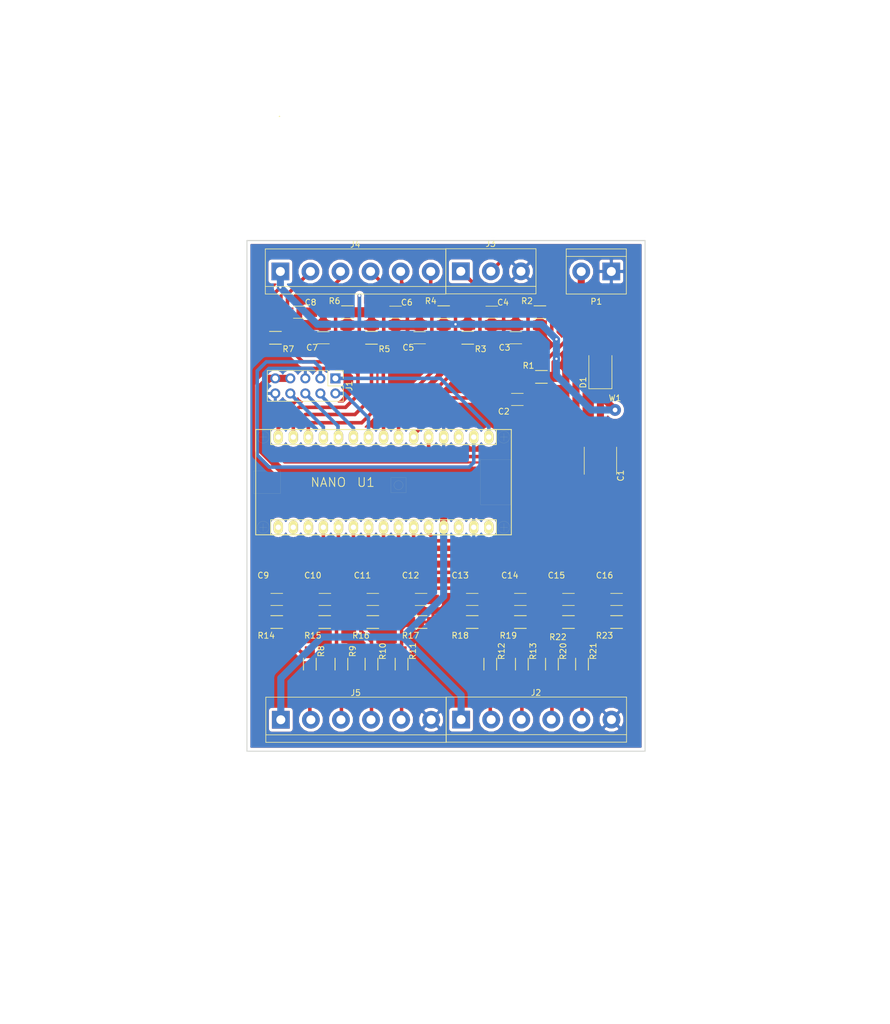
<source format=kicad_pcb>
(kicad_pcb (version 20171130) (host pcbnew 5.0.2+dfsg1-1)
  (layers (0 F.Cu signal) (31 B.Cu signal hide) (34 B.Paste user) (35 F.Paste user) (36 B.SilkS user) (37 F.SilkS user) (38 B.Mask user) (39 F.Mask user) (44 Edge.Cuts user))
  (net 0 "")
  (net 1 GND)
  (net 2 VCC)
  (net 3 /vcc_5v)
  (net 4 /ard_rx)
  (net 5 /ard_tx)
  (net 6 /D3)
  (net 7 /D4)
  (net 8 /D2)
  (net 9 /D10)
  (net 10 /D11)
  (net 11 /D12)
  (net 12 /A0)
  (net 13 /A1)
  (net 14 /A2)
  (net 15 /A3)
  (net 16 /A4)
  (net 17 /A5)
  (net 18 /A6)
  (net 19 /A7)
  (net 20 /D9)
  (net 21 /D8)
  (net 22 /D7)
  (net 23 /D6)
  (net 24 /jA7)
  (net 25 /jA6)
  (net 26 /jA5)
  (net 27 /jA4)
  (net 28 /jA0)
  (net 29 /jA1)
  (net 30 /jA2)
  (net 31 /jA3)
  (net 32 "Net-(U1-Pad17)")
  (net 33 "Net-(U1-Pad18)")
  (net 34 "Net-(U1-Pad28)")
  (net 35 "Net-(U1-Pad30)")
  (net 36 "Net-(U1-Pad3)")
  (net 37 /D5)
  (net 38 "Net-(U1-Pad16)")
  (module eco_power_v2:C_1206_HandSoldering (layer F.Cu) (at 82.01 134.62)
    (fp_text reference C11 (at -1.746 -4.064) (layer F.SilkS))
    (fp_text value 100nF)
    (pad 2 smd rect (at 2 0) (size 2 1.6) (layers F.Cu F.Paste F.Mask) (net 1 GND))
    (pad 1 smd rect (at -2 0) (size 2 1.6) (layers F.Cu F.Paste F.Mask) (net 14 /A2))
  )
  (module TerminalBlock:TerminalBlock_bornier-6_P5.08mm (layer F.Cu) (at 66.3956 79.2226)
    (fp_text reference J4 (at 12.65 -4.55) (layer F.SilkS))
    (fp_text value Conn_01x06)
    (pad 6 thru_hole circle (at 25.4 0) (size 3 3) (drill 1.52) (layers *.Cu *.Mask) (net 7 /D4))
    (pad 5 thru_hole circle (at 20.32 0) (size 3 3) (drill 1.52) (layers *.Cu *.Mask) (net 37 /D5))
    (pad 4 thru_hole circle (at 15.24 0) (size 3 3) (drill 1.52) (layers *.Cu *.Mask) (net 9 /D10))
    (pad 1 thru_hole rect (at 0 0) (size 3 3) (drill 1.52) (layers *.Cu *.Mask) (net 2 VCC))
    (pad 3 thru_hole circle (at 10.16 0) (size 3 3) (drill 1.52) (layers *.Cu *.Mask) (net 10 /D11))
    (pad 2 thru_hole circle (at 5.08 0) (size 3 3) (drill 1.52) (layers *.Cu *.Mask) (net 11 /D12))
  )
  (module eco_power_v2:C_2220_HandSoldering (layer F.Cu) (at 120.4595 111.1885 270)
    (fp_text reference C1 (at 2.52 -3.425 270) (layer F.SilkS))
    (fp_text value 10uF)
    (pad 2 smd rect (at 3.5 0 270) (size 2.4 5) (layers F.Cu F.Paste F.Mask) (net 1 GND))
    (pad 1 smd rect (at -3.5 0 270) (size 2.4 5) (layers F.Cu F.Paste F.Mask) (net 2 VCC))
  )
  (module eco_power_v2:C_1206_HandSoldering (layer F.Cu) (at 106.426 100.838 180)
    (fp_text reference C2 (at 2.286 -2.032 180) (layer F.SilkS))
    (fp_text value 100nF)
    (pad 2 smd rect (at 2 0 180) (size 2 1.6) (layers F.Cu F.Paste F.Mask) (net 1 GND))
    (pad 1 smd rect (at -2 0 180) (size 2 1.6) (layers F.Cu F.Paste F.Mask) (net 8 /D2))
  )
  (module eco_power_v2:C_1206_HandSoldering (layer F.Cu) (at 89.916 90.424 180)
    (fp_text reference C5 (at 1.905 -1.651 180) (layer F.SilkS))
    (fp_text value 100nF)
    (pad 2 smd rect (at 2 0 180) (size 2 1.6) (layers F.Cu F.Paste F.Mask) (net 1 GND))
    (pad 1 smd rect (at -2 0 180) (size 2 1.6) (layers F.Cu F.Paste F.Mask) (net 37 /D5))
  )
  (module eco_power_v2:C_1206_HandSoldering (layer F.Cu) (at 85.852 86.106)
    (fp_text reference C6 (at 1.905 -1.651) (layer F.SilkS))
    (fp_text value 100nF)
    (pad 1 smd rect (at -2 0) (size 2 1.6) (layers F.Cu F.Paste F.Mask) (net 9 /D10))
    (pad 2 smd rect (at 2 0) (size 2 1.6) (layers F.Cu F.Paste F.Mask) (net 1 GND))
  )
  (module eco_power_v2:C_1206_HandSoldering (layer F.Cu) (at 73.66 90.424 180)
    (fp_text reference C7 (at 1.905 -1.651 180) (layer F.SilkS))
    (fp_text value 100nF)
    (pad 2 smd rect (at 2 0 180) (size 2 1.6) (layers F.Cu F.Paste F.Mask) (net 1 GND))
    (pad 1 smd rect (at -2 0 180) (size 2 1.6) (layers F.Cu F.Paste F.Mask) (net 10 /D11))
  )
  (module eco_power_v2:C_1206_HandSoldering (layer F.Cu) (at 69.596 86.106)
    (fp_text reference C8 (at 1.905 -1.651) (layer F.SilkS))
    (fp_text value 100nF)
    (pad 1 smd rect (at -2 0) (size 2 1.6) (layers F.Cu F.Paste F.Mask) (net 11 /D12))
    (pad 2 smd rect (at 2 0) (size 2 1.6) (layers F.Cu F.Paste F.Mask) (net 1 GND))
  )
  (module eco_power_v2:C_1206_HandSoldering (layer F.Cu) (at 65.786 134.62 180)
    (fp_text reference C9 (at 2.286 4.064 180) (layer F.SilkS))
    (fp_text value 100nF)
    (pad 2 smd rect (at 2 0 180) (size 2 1.6) (layers F.Cu F.Paste F.Mask) (net 1 GND))
    (pad 1 smd rect (at -2 0 180) (size 2 1.6) (layers F.Cu F.Paste F.Mask) (net 12 /A0))
  )
  (module eco_power_v2:C_1206_HandSoldering (layer F.Cu) (at 73.914 134.62 180)
    (fp_text reference C10 (at 2.032 4.064 180) (layer F.SilkS))
    (fp_text value 100nF)
    (pad 1 smd rect (at -2 0 180) (size 2 1.6) (layers F.Cu F.Paste F.Mask) (net 13 /A1))
    (pad 2 smd rect (at 2 0 180) (size 2 1.6) (layers F.Cu F.Paste F.Mask) (net 1 GND))
  )
  (module eco_power_v2:C_1206_HandSoldering (layer F.Cu) (at 90.17 134.62)
    (fp_text reference C12 (at -1.778 -4.064) (layer F.SilkS))
    (fp_text value 100nF)
    (pad 1 smd rect (at -2 0) (size 2 1.6) (layers F.Cu F.Paste F.Mask) (net 15 /A3))
    (pad 2 smd rect (at 2 0) (size 2 1.6) (layers F.Cu F.Paste F.Mask) (net 1 GND))
  )
  (module eco_power_v2:C_1206_HandSoldering (layer F.Cu) (at 98.806 134.62 180)
    (fp_text reference C13 (at 2.032 4.064 180) (layer F.SilkS))
    (fp_text value 100nF)
    (pad 2 smd rect (at 2 0 180) (size 2 1.6) (layers F.Cu F.Paste F.Mask) (net 1 GND))
    (pad 1 smd rect (at -2 0 180) (size 2 1.6) (layers F.Cu F.Paste F.Mask) (net 16 /A4))
  )
  (module eco_power_v2:C_1206_HandSoldering (layer F.Cu) (at 106.934 134.62 180)
    (fp_text reference C14 (at 1.778 4.064 180) (layer F.SilkS))
    (fp_text value 100nF)
    (pad 1 smd rect (at -2 0 180) (size 2 1.6) (layers F.Cu F.Paste F.Mask) (net 17 /A5))
    (pad 2 smd rect (at 2 0 180) (size 2 1.6) (layers F.Cu F.Paste F.Mask) (net 1 GND))
  )
  (module eco_power_v2:C_1206_HandSoldering (layer F.Cu) (at 115.062 134.62)
    (fp_text reference C15 (at -2.032 -4.064) (layer F.SilkS))
    (fp_text value 100nF)
    (pad 1 smd rect (at -2 0) (size 2 1.6) (layers F.Cu F.Paste F.Mask) (net 18 /A6))
    (pad 2 smd rect (at 2 0) (size 2 1.6) (layers F.Cu F.Paste F.Mask) (net 1 GND))
  )
  (module eco_power_v2:C_1206_HandSoldering (layer F.Cu) (at 123.19 134.62)
    (fp_text reference C16 (at -2.032 -4.064) (layer F.SilkS))
    (fp_text value 100nF)
    (pad 2 smd rect (at 2 0) (size 2 1.6) (layers F.Cu F.Paste F.Mask) (net 1 GND))
    (pad 1 smd rect (at -2 0) (size 2 1.6) (layers F.Cu F.Paste F.Mask) (net 19 /A7))
  )
  (module eco_power_v2:Pin_Header_Straight_2x05_Pitch2.54mm_onsar (layer F.Cu) (at 75.692 97.282 270)
    (fp_text reference J1 (at 1.27 -2.33 270) (layer F.SilkS))
    (fp_text value Conn_02x05_Odd_Even)
    (pad 10 thru_hole oval (at 2.54 10.16 270) (size 1.7 1.7) (drill 1) (layers *.Cu *.Mask) (net 1 GND))
    (pad 9 thru_hole oval (at 0 10.16 270) (size 1.7 1.7) (drill 1) (layers *.Cu *.Mask) (net 3 /vcc_5v))
    (pad 8 thru_hole oval (at 2.54 7.62 270) (size 1.7 1.7) (drill 1) (layers *.Cu *.Mask) (net 20 /D9))
    (pad 7 thru_hole oval (at 0 7.62 270) (size 1.7 1.7) (drill 1) (layers *.Cu *.Mask) (net 3 /vcc_5v))
    (pad 6 thru_hole oval (at 2.54 5.08 270) (size 1.7 1.7) (drill 1) (layers *.Cu *.Mask) (net 21 /D8))
    (pad 5 thru_hole oval (at 0 5.08 270) (size 1.7 1.7) (drill 1) (layers *.Cu *.Mask) (net 1 GND))
    (pad 4 thru_hole oval (at 2.54 2.54 270) (size 1.7 1.7) (drill 1) (layers *.Cu *.Mask) (net 22 /D7))
    (pad 3 thru_hole oval (at 0 2.54 270) (size 1.7 1.7) (drill 1) (layers *.Cu *.Mask) (net 4 /ard_rx))
    (pad 2 thru_hole oval (at 2.54 0 270) (size 1.7 1.7) (drill 1) (layers *.Cu *.Mask) (net 23 /D6))
    (pad 1 thru_hole rect (at 0 0 270) (size 1.7 1.7) (drill 1) (layers *.Cu *.Mask) (net 5 /ard_tx))
  )
  (module TerminalBlock:TerminalBlock_bornier-6_P5.08mm (layer F.Cu) (at 96.9264 154.9146)
    (fp_text reference J2 (at 12.65 -4.55) (layer F.SilkS))
    (fp_text value Conn_01x06)
    (pad 6 thru_hole circle (at 25.4 0) (size 3 3) (drill 1.52) (layers *.Cu *.Mask) (net 1 GND))
    (pad 5 thru_hole circle (at 20.32 0) (size 3 3) (drill 1.52) (layers *.Cu *.Mask) (net 24 /jA7))
    (pad 4 thru_hole circle (at 15.24 0) (size 3 3) (drill 1.52) (layers *.Cu *.Mask) (net 25 /jA6))
    (pad 1 thru_hole rect (at 0 0) (size 3 3) (drill 1.52) (layers *.Cu *.Mask) (net 2 VCC))
    (pad 3 thru_hole circle (at 10.16 0) (size 3 3) (drill 1.52) (layers *.Cu *.Mask) (net 26 /jA5))
    (pad 2 thru_hole circle (at 5.08 0) (size 3 3) (drill 1.52) (layers *.Cu *.Mask) (net 27 /jA4))
  )
  (module TerminalBlock:TerminalBlock_bornier-3_P5.08mm (layer F.Cu) (at 96.8756 79.1972)
    (fp_text reference J3 (at 5.05 -4.65) (layer F.SilkS))
    (fp_text value Conn_01x03)
    (pad 1 thru_hole rect (at 0 0) (size 3 3) (drill 1.52) (layers *.Cu *.Mask) (net 6 /D3))
    (pad 2 thru_hole circle (at 5.08 0) (size 3 3) (drill 1.52) (layers *.Cu *.Mask) (net 8 /D2))
    (pad 3 thru_hole circle (at 10.16 0) (size 3 3) (drill 1.52) (layers *.Cu *.Mask) (net 1 GND))
  )
  (module TerminalBlock:TerminalBlock_bornier-6_P5.08mm (layer F.Cu) (at 66.4718 154.94)
    (fp_text reference J5 (at 12.65 -4.55) (layer F.SilkS))
    (fp_text value Conn_01x06)
    (pad 2 thru_hole circle (at 5.08 0) (size 3 3) (drill 1.52) (layers *.Cu *.Mask) (net 28 /jA0))
    (pad 3 thru_hole circle (at 10.16 0) (size 3 3) (drill 1.52) (layers *.Cu *.Mask) (net 29 /jA1))
    (pad 1 thru_hole rect (at 0 0) (size 3 3) (drill 1.52) (layers *.Cu *.Mask) (net 2 VCC))
    (pad 4 thru_hole circle (at 15.24 0) (size 3 3) (drill 1.52) (layers *.Cu *.Mask) (net 30 /jA2))
    (pad 5 thru_hole circle (at 20.32 0) (size 3 3) (drill 1.52) (layers *.Cu *.Mask) (net 31 /jA3))
    (pad 6 thru_hole circle (at 25.4 0) (size 3 3) (drill 1.52) (layers *.Cu *.Mask) (net 1 GND))
  )
  (module eco_power_v2:TerminalBlock_bornier-2_P5.08mm (layer F.Cu) (at 122.301 79.2226 180)
    (fp_text reference P1 (at 2.54 -5.08 180) (layer F.SilkS))
    (fp_text value V_IN)
    (pad 2 thru_hole circle (at 5.08 0 180) (size 3 3) (drill 1.52) (layers *.Cu *.Mask) (net 3 /vcc_5v))
    (pad 1 thru_hole rect (at 0 0 180) (size 3 3) (drill 1.52) (layers *.Cu *.Mask) (net 1 GND))
  )
  (module eco_power_v2:R_1206_HandSoldering (layer F.Cu) (at 110.49 97.028)
    (fp_text reference R1 (at -2.178 -1.9) (layer F.SilkS))
    (fp_text value 10k)
    (pad 1 smd rect (at -2 0) (size 2 1.7) (layers F.Cu F.Paste F.Mask) (net 8 /D2))
    (pad 2 smd rect (at 2 0) (size 2 1.7) (layers F.Cu F.Paste F.Mask) (net 2 VCC))
  )
  (module eco_power_v2:R_1206_HandSoldering (layer F.Cu) (at 98.044 90.424 180)
    (fp_text reference R3 (at -2.178 -1.9 180) (layer F.SilkS))
    (fp_text value 10k)
    (pad 1 smd rect (at -2 0 180) (size 2 1.7) (layers F.Cu F.Paste F.Mask) (net 7 /D4))
    (pad 2 smd rect (at 2 0 180) (size 2 1.7) (layers F.Cu F.Paste F.Mask) (net 2 VCC))
  )
  (module eco_power_v2:R_1206_HandSoldering (layer F.Cu) (at 93.98 86.106)
    (fp_text reference R4 (at -2.178 -1.9) (layer F.SilkS))
    (fp_text value 10k)
    (pad 2 smd rect (at 2 0) (size 2 1.7) (layers F.Cu F.Paste F.Mask) (net 2 VCC))
    (pad 1 smd rect (at -2 0) (size 2 1.7) (layers F.Cu F.Paste F.Mask) (net 37 /D5))
  )
  (module eco_power_v2:R_1206_HandSoldering (layer F.Cu) (at 81.788 90.424 180)
    (fp_text reference R5 (at -2.178 -1.9 180) (layer F.SilkS))
    (fp_text value 10k)
    (pad 1 smd rect (at -2 0 180) (size 2 1.7) (layers F.Cu F.Paste F.Mask) (net 9 /D10))
    (pad 2 smd rect (at 2 0 180) (size 2 1.7) (layers F.Cu F.Paste F.Mask) (net 2 VCC))
  )
  (module eco_power_v2:R_1206_HandSoldering (layer F.Cu) (at 77.724 86.106)
    (fp_text reference R6 (at -2.178 -1.9) (layer F.SilkS))
    (fp_text value 10k)
    (pad 2 smd rect (at 2 0) (size 2 1.7) (layers F.Cu F.Paste F.Mask) (net 2 VCC))
    (pad 1 smd rect (at -2 0) (size 2 1.7) (layers F.Cu F.Paste F.Mask) (net 10 /D11))
  )
  (module eco_power_v2:R_1206_HandSoldering (layer F.Cu) (at 65.564 90.424 180)
    (fp_text reference R7 (at -2.178 -1.9 180) (layer F.SilkS))
    (fp_text value 10k)
    (pad 1 smd rect (at -2 0 180) (size 2 1.7) (layers F.Cu F.Paste F.Mask) (net 11 /D12))
    (pad 2 smd rect (at 2 0 180) (size 2 1.7) (layers F.Cu F.Paste F.Mask) (net 2 VCC))
  )
  (module eco_power_v2:R_1206_HandSoldering (layer F.Cu) (at 71.374 145.542 270)
    (fp_text reference R8 (at -2.178 -1.9 270) (layer F.SilkS))
    (fp_text value 10k)
    (pad 1 smd rect (at -2 0 270) (size 2 1.7) (layers F.Cu F.Paste F.Mask) (net 12 /A0))
    (pad 2 smd rect (at 2 0 270) (size 2 1.7) (layers F.Cu F.Paste F.Mask) (net 28 /jA0))
  )
  (module eco_power_v2:R_1206_HandSoldering (layer F.Cu) (at 76.708 145.542 270)
    (fp_text reference R9 (at -2.178 -1.9 270) (layer F.SilkS))
    (fp_text value 10k)
    (pad 1 smd rect (at -2 0 270) (size 2 1.7) (layers F.Cu F.Paste F.Mask) (net 13 /A1))
    (pad 2 smd rect (at 2 0 270) (size 2 1.7) (layers F.Cu F.Paste F.Mask) (net 29 /jA1))
  )
  (module eco_power_v2:R_1206_HandSoldering (layer F.Cu) (at 81.788 145.542 270)
    (fp_text reference R10 (at -2.178 -1.9 270) (layer F.SilkS))
    (fp_text value 10k)
    (pad 1 smd rect (at -2 0 270) (size 2 1.7) (layers F.Cu F.Paste F.Mask) (net 14 /A2))
    (pad 2 smd rect (at 2 0 270) (size 2 1.7) (layers F.Cu F.Paste F.Mask) (net 30 /jA2))
  )
  (module eco_power_v2:R_1206_HandSoldering (layer F.Cu) (at 86.868 145.542 270)
    (fp_text reference R11 (at -2.178 -1.9 270) (layer F.SilkS))
    (fp_text value 10k)
    (pad 2 smd rect (at 2 0 270) (size 2 1.7) (layers F.Cu F.Paste F.Mask) (net 31 /jA3))
    (pad 1 smd rect (at -2 0 270) (size 2 1.7) (layers F.Cu F.Paste F.Mask) (net 15 /A3))
  )
  (module eco_power_v2:R_1206_HandSoldering (layer F.Cu) (at 101.854 145.542 270)
    (fp_text reference R12 (at -2.178 -1.9 270) (layer F.SilkS))
    (fp_text value 10k)
    (pad 1 smd rect (at -2 0 270) (size 2 1.7) (layers F.Cu F.Paste F.Mask) (net 16 /A4))
    (pad 2 smd rect (at 2 0 270) (size 2 1.7) (layers F.Cu F.Paste F.Mask) (net 27 /jA4))
  )
  (module eco_power_v2:R_1206_HandSoldering (layer F.Cu) (at 107.188 145.542 270)
    (fp_text reference R13 (at -2.178 -1.9 270) (layer F.SilkS))
    (fp_text value 10k)
    (pad 2 smd rect (at 2 0 270) (size 2 1.7) (layers F.Cu F.Paste F.Mask) (net 26 /jA5))
    (pad 1 smd rect (at -2 0 270) (size 2 1.7) (layers F.Cu F.Paste F.Mask) (net 17 /A5))
  )
  (module eco_power_v2:R_1206_HandSoldering (layer F.Cu) (at 65.786 138.43)
    (fp_text reference R14 (at -1.778 2.286) (layer F.SilkS))
    (fp_text value 10k)
    (pad 2 smd rect (at 2 0) (size 2 1.7) (layers F.Cu F.Paste F.Mask) (net 12 /A0))
    (pad 1 smd rect (at -2 0) (size 2 1.7) (layers F.Cu F.Paste F.Mask) (net 1 GND))
  )
  (module eco_power_v2:R_1206_HandSoldering (layer F.Cu) (at 73.882 138.43)
    (fp_text reference R15 (at -2 2.286) (layer F.SilkS))
    (fp_text value 10k)
    (pad 2 smd rect (at 2 0) (size 2 1.7) (layers F.Cu F.Paste F.Mask) (net 13 /A1))
    (pad 1 smd rect (at -2 0) (size 2 1.7) (layers F.Cu F.Paste F.Mask) (net 1 GND))
  )
  (module eco_power_v2:R_1206_HandSoldering (layer F.Cu) (at 82.01 138.43 180)
    (fp_text reference R16 (at 2 -2.286 180) (layer F.SilkS))
    (fp_text value 10k)
    (pad 2 smd rect (at 2 0 180) (size 2 1.7) (layers F.Cu F.Paste F.Mask) (net 14 /A2))
    (pad 1 smd rect (at -2 0 180) (size 2 1.7) (layers F.Cu F.Paste F.Mask) (net 1 GND))
  )
  (module eco_power_v2:R_1206_HandSoldering (layer F.Cu) (at 90.17 138.43 180)
    (fp_text reference R17 (at 1.778 -2.286 180) (layer F.SilkS))
    (fp_text value 10k)
    (pad 2 smd rect (at 2 0 180) (size 2 1.7) (layers F.Cu F.Paste F.Mask) (net 15 /A3))
    (pad 1 smd rect (at -2 0 180) (size 2 1.7) (layers F.Cu F.Paste F.Mask) (net 1 GND))
  )
  (module eco_power_v2:R_1206_HandSoldering (layer F.Cu) (at 98.806 138.43)
    (fp_text reference R18 (at -2.032 2.286) (layer F.SilkS))
    (fp_text value 10k)
    (pad 2 smd rect (at 2 0) (size 2 1.7) (layers F.Cu F.Paste F.Mask) (net 16 /A4))
    (pad 1 smd rect (at -2 0) (size 2 1.7) (layers F.Cu F.Paste F.Mask) (net 1 GND))
  )
  (module eco_power_v2:R_1206_HandSoldering (layer F.Cu) (at 106.934 138.43)
    (fp_text reference R19 (at -2.032 2.286) (layer F.SilkS))
    (fp_text value 10k)
    (pad 1 smd rect (at -2 0) (size 2 1.7) (layers F.Cu F.Paste F.Mask) (net 1 GND))
    (pad 2 smd rect (at 2 0) (size 2 1.7) (layers F.Cu F.Paste F.Mask) (net 17 /A5))
  )
  (module eco_power_v2:R_1206_HandSoldering (layer F.Cu) (at 112.268 145.542 270)
    (fp_text reference R20 (at -2.178 -1.9 270) (layer F.SilkS))
    (fp_text value 10k)
    (pad 2 smd rect (at 2 0 270) (size 2 1.7) (layers F.Cu F.Paste F.Mask) (net 25 /jA6))
    (pad 1 smd rect (at -2 0 270) (size 2 1.7) (layers F.Cu F.Paste F.Mask) (net 18 /A6))
  )
  (module eco_power_v2:R_1206_HandSoldering (layer F.Cu) (at 117.348 145.542 270)
    (fp_text reference R21 (at -2.178 -1.9 270) (layer F.SilkS))
    (fp_text value 10k)
    (pad 2 smd rect (at 2 0 270) (size 2 1.7) (layers F.Cu F.Paste F.Mask) (net 24 /jA7))
    (pad 1 smd rect (at -2 0 270) (size 2 1.7) (layers F.Cu F.Paste F.Mask) (net 19 /A7))
  )
  (module eco_power_v2:R_1206_HandSoldering (layer F.Cu) (at 115.062 138.43 180)
    (fp_text reference R22 (at 1.778 -2.54 180) (layer F.SilkS))
    (fp_text value 10k)
    (pad 1 smd rect (at -2 0 180) (size 2 1.7) (layers F.Cu F.Paste F.Mask) (net 1 GND))
    (pad 2 smd rect (at 2 0 180) (size 2 1.7) (layers F.Cu F.Paste F.Mask) (net 18 /A6))
  )
  (module eco_power_v2:R_1206_HandSoldering (layer F.Cu) (at 123.19 138.43 180)
    (fp_text reference R23 (at 2.032 -2.286 180) (layer F.SilkS))
    (fp_text value 10k)
    (pad 1 smd rect (at -2 0 180) (size 2 1.7) (layers F.Cu F.Paste F.Mask) (net 1 GND))
    (pad 2 smd rect (at 2 0 180) (size 2 1.7) (layers F.Cu F.Paste F.Mask) (net 19 /A7))
  )
  (module eco_power_v2:SolderWirePad_single_0-8mmDrill (layer F.Cu) (at 122.936 102.616)
    (fp_text reference W1 (at -0.02 -2.004) (layer F.SilkS))
    (fp_text value +5V)
    (pad 1 thru_hole circle (at 0 0) (size 1.99898 1.99898) (drill 0.8001) (layers *.Cu *.Mask) (net 2 VCC))
  )
  (module eco_power_v2:C_1206_HandSoldering (layer F.Cu) (at 106.172 90.424 180)
    (fp_text reference C3 (at 1.905 -1.651 180) (layer F.SilkS))
    (fp_text value 100nF)
    (pad 1 smd rect (at -2 0 180) (size 2 1.6) (layers F.Cu F.Paste F.Mask) (net 6 /D3))
    (pad 2 smd rect (at 2 0 180) (size 2 1.6) (layers F.Cu F.Paste F.Mask) (net 1 GND))
  )
  (module eco_power_v2:C_1206_HandSoldering (layer F.Cu) (at 102.108 86.106)
    (fp_text reference C4 (at 1.905 -1.651) (layer F.SilkS))
    (fp_text value 100nF)
    (pad 2 smd rect (at 2 0) (size 2 1.6) (layers F.Cu F.Paste F.Mask) (net 1 GND))
    (pad 1 smd rect (at -2 0) (size 2 1.6) (layers F.Cu F.Paste F.Mask) (net 7 /D4))
  )
  (module eco_power_v2:D_2114 (layer F.Cu) (at 120.4595 95.5675 90)
    (fp_text reference D1 (at -2.413 -2.921 90) (layer F.SilkS))
    (fp_text value schottky)
    (pad 2 smd rect (at 2.325 0 90) (size 2 3) (layers F.Cu F.Paste F.Mask) (net 3 /vcc_5v))
    (pad 1 smd rect (at -2.325 0 90) (size 2 3) (layers F.Cu F.Paste F.Mask) (net 2 VCC))
  )
  (module eco_power_v2:R_1206_HandSoldering (layer F.Cu) (at 110.236 86.106)
    (fp_text reference R2 (at -2.178 -1.9) (layer F.SilkS))
    (fp_text value 10k)
    (pad 2 smd rect (at 2 0) (size 2 1.7) (layers F.Cu F.Paste F.Mask) (net 2 VCC))
    (pad 1 smd rect (at -2 0) (size 2 1.7) (layers F.Cu F.Paste F.Mask) (net 6 /D3))
  )
  (module eco_power_v2:arduino_nano (layer F.Cu) (at 83.82 114.808 270)
    (fp_text reference U1 (at 0.038 2.974) (layer F.SilkS) (effects (font (size 1.5 1.5))))
    (fp_text value NANO (at 0.038 9.324) (layer F.SilkS) (effects (font (size 1.5 1.5))))
    (pad 26 thru_hole oval (at 7.62 -7.62 270) (size 2.286 1.5748) (drill 0.9) (layers *.Cu *.Mask F.SilkS) (net 19 /A7))
    (pad 25 thru_hole oval (at 7.62 -5.08 270) (size 2.286 1.5748) (drill 0.9) (layers *.Cu *.Mask F.SilkS) (net 18 /A6))
    (pad 24 thru_hole oval (at 7.62 -2.54 270) (size 2.286 1.5748) (drill 0.9) (layers *.Cu *.Mask F.SilkS) (net 17 /A5))
    (pad 23 thru_hole oval (at 7.62 0 270) (size 2.286 1.5748) (drill 0.9) (layers *.Cu *.Mask F.SilkS) (net 16 /A4))
    (pad 22 thru_hole oval (at 7.62 2.54 270) (size 2.286 1.5748) (drill 0.9) (layers *.Cu *.Mask F.SilkS) (net 15 /A3))
    (pad 21 thru_hole oval (at 7.62 5.08 270) (size 2.286 1.5748) (drill 0.9) (layers *.Cu *.Mask F.SilkS) (net 14 /A2))
    (pad 20 thru_hole oval (at 7.62 7.62 270) (size 2.286 1.5748) (drill 0.9) (layers *.Cu *.Mask F.SilkS) (net 13 /A1))
    (pad 16 thru_hole oval (at 7.62 17.78 270) (size 2.286 1.5748) (drill 0.9) (layers *.Cu *.Mask F.SilkS) (net 38 "Net-(U1-Pad16)"))
    (pad 15 thru_hole oval (at -7.62 17.78 270) (size 2.286 1.5748) (drill 0.9) (layers *.Cu *.Mask F.SilkS) (net 11 /D12))
    (pad 14 thru_hole oval (at -7.62 15.24 270) (size 2.286 1.5748) (drill 0.9) (layers *.Cu *.Mask F.SilkS) (net 10 /D11))
    (pad 13 thru_hole oval (at -7.62 12.7 270) (size 2.286 1.5748) (drill 0.9) (layers *.Cu *.Mask F.SilkS) (net 9 /D10))
    (pad 12 thru_hole oval (at -7.62 10.16 270) (size 2.286 1.5748) (drill 0.9) (layers *.Cu *.Mask F.SilkS) (net 20 /D9))
    (pad 11 thru_hole oval (at -7.62 7.62 270) (size 2.286 1.5748) (drill 0.9) (layers *.Cu *.Mask F.SilkS) (net 21 /D8))
    (pad 10 thru_hole oval (at -7.62 5.08 270) (size 2.286 1.5748) (drill 0.9) (layers *.Cu *.Mask F.SilkS) (net 22 /D7))
    (pad 9 thru_hole oval (at -7.62 2.54 270) (size 2.286 1.5748) (drill 0.9) (layers *.Cu *.Mask F.SilkS) (net 23 /D6))
    (pad 8 thru_hole oval (at -7.62 0 270) (size 2.286 1.5748) (drill 0.9) (layers *.Cu *.Mask F.SilkS) (net 37 /D5))
    (pad 7 thru_hole oval (at -7.62 -2.54 270) (size 2.286 1.5748) (drill 0.9) (layers *.Cu *.Mask F.SilkS) (net 7 /D4))
    (pad 6 thru_hole oval (at -7.62 -5.08 270) (size 2.286 1.5748) (drill 0.9) (layers *.Cu *.Mask F.SilkS) (net 6 /D3))
    (pad 5 thru_hole oval (at -7.62 -7.62 270) (size 2.286 1.5748) (drill 0.9) (layers *.Cu *.Mask F.SilkS) (net 8 /D2))
    (pad 1 thru_hole oval (at -7.62 -17.78 270) (size 2.286 1.5748) (drill 0.9) (layers *.Cu *.Mask F.SilkS) (net 5 /ard_tx))
    (pad 17 thru_hole oval (at 7.62 15.24 270) (size 2.286 1.5748) (drill 0.9) (layers *.Cu *.Mask F.SilkS) (net 32 "Net-(U1-Pad17)"))
    (pad 18 thru_hole oval (at 7.62 12.7 270) (size 2.286 1.5748) (drill 0.9) (layers *.Cu *.Mask F.SilkS) (net 33 "Net-(U1-Pad18)"))
    (pad 19 thru_hole oval (at 7.62 10.16 270) (size 2.286 1.5748) (drill 0.9) (layers *.Cu *.Mask F.SilkS) (net 12 /A0))
    (pad 27 thru_hole oval (at 7.62 -10.16 270) (size 2.286 1.5748) (drill 0.9) (layers *.Cu *.Mask F.SilkS) (net 2 VCC))
    (pad 28 thru_hole oval (at 7.62 -12.7 270) (size 2.286 1.5748) (drill 0.9) (layers *.Cu *.Mask F.SilkS) (net 34 "Net-(U1-Pad28)"))
    (pad 29 thru_hole oval (at 7.62 -15.24 270) (size 2.286 1.5748) (drill 0.9) (layers *.Cu *.Mask F.SilkS) (net 1 GND))
    (pad 30 thru_hole oval (at 7.62 -17.78 270) (size 2.286 1.5748) (drill 0.9) (layers *.Cu *.Mask F.SilkS) (net 35 "Net-(U1-Pad30)"))
    (pad 4 thru_hole oval (at -7.62 -10.16 270) (size 2.286 1.5748) (drill 0.9) (layers *.Cu *.Mask F.SilkS) (net 1 GND))
    (pad 3 thru_hole oval (at -7.62 -12.7 270) (size 2.286 1.5748) (drill 0.9) (layers *.Cu *.Mask F.SilkS) (net 36 "Net-(U1-Pad3)"))
    (pad 2 thru_hole oval (at -7.62 -15.24 270) (size 2.286 1.5748) (drill 0.9) (layers *.Cu *.Mask F.SilkS) (net 4 /ard_rx))
  )
  (gr_line (start 66.2686 53.0352) (end 66.2178 53.0352) (layer F.SilkS) (width 0.2))
  (gr_line (start 60.75 160.25) (end 60.75 74) (angle 90) (layer Edge.Cuts) (width 0.15))
  (gr_line (start 128 160.25) (end 60.75 160.25) (angle 90) (layer Edge.Cuts) (width 0.15))
  (gr_line (start 128 74) (end 128 160.25) (angle 90) (layer Edge.Cuts) (width 0.15))
  (gr_line (start 60.75 74) (end 128 74) (angle 90) (layer Edge.Cuts) (width 0.15))
  (gr_line (start 60.75 74) (end 128 74) (angle 90) (layer Edge.Cuts) (width 0.15))
  (segment (start 87.852 90.36) (end 87.916 90.424) (width 0.6) (layer F.Cu) (net 1))
  (segment (start 87.852 86.106) (end 87.852 90.36) (width 0.6) (layer F.Cu) (net 1))
  (segment (start 104.108 90.36) (end 104.172 90.424) (width 0.6) (layer F.Cu) (net 1))
  (segment (start 104.108 86.106) (end 104.108 90.36) (width 0.6) (layer F.Cu) (net 1))
  (segment (start 93.98 122.428) (end 93.98 120.4595) (width 1.2) (layer F.Cu) (net 2))
  (segment (start 112.3875 115.7605) (end 120.4595 107.6885) (width 1.2) (layer F.Cu) (net 2))
  (segment (start 98.679 115.7605) (end 112.3875 115.7605) (width 1.2) (layer F.Cu) (net 2))
  (segment (start 93.98 120.4595) (end 98.679 115.7605) (width 1.2) (layer F.Cu) (net 2))
  (segment (start 113.03 90.678) (end 110.49 88.138) (width 1.2) (layer B.Cu) (net 2))
  (segment (start 66.3956 81.9226) (end 66.3956 79.2226) (width 1.2) (layer B.Cu) (net 2))
  (segment (start 66.4718 154.94) (end 66.4718 147.9042) (width 1.2) (layer B.Cu) (net 2))
  (segment (start 66.4718 147.9042) (end 73.406 140.97) (width 1.2) (layer B.Cu) (net 2))
  (segment (start 73.406 140.97) (end 87.122 140.97) (width 1.2) (layer B.Cu) (net 2))
  (segment (start 93.98 134.112) (end 93.98 122.428) (width 1.2) (layer B.Cu) (net 2))
  (segment (start 87.122 140.97) (end 93.98 134.112) (width 1.2) (layer B.Cu) (net 2))
  (segment (start 96.9264 150.7744) (end 87.122 140.97) (width 1.2) (layer B.Cu) (net 2))
  (segment (start 96.9264 154.9146) (end 96.9264 150.7744) (width 1.2) (layer B.Cu) (net 2))
  (segment (start 79.724 90.36) (end 79.788 90.424) (width 0.6) (layer F.Cu) (net 2))
  (segment (start 79.724 86.106) (end 79.724 90.36) (width 0.6) (layer F.Cu) (net 2))
  (segment (start 95.98 90.36) (end 96.044 90.424) (width 0.6) (layer F.Cu) (net 2))
  (segment (start 118.872 102.616) (end 113.03 96.774) (width 1.2) (layer B.Cu) (net 2))
  (segment (start 122.936 102.616) (end 118.872 102.616) (width 1.2) (layer B.Cu) (net 2))
  (segment (start 120.4595 100.1395) (end 122.936 102.616) (width 1.2) (layer F.Cu) (net 2))
  (segment (start 120.4595 99.06) (end 120.4595 107.6885) (width 1.2) (layer F.Cu) (net 2))
  (segment (start 120.4595 99.06) (end 120.4595 100.1395) (width 1.2) (layer F.Cu) (net 2))
  (segment (start 120.4595 97.8925) (end 120.4595 99.06) (width 1.2) (layer F.Cu) (net 2))
  (segment (start 79.724 86.106) (end 79.724 83.344) (width 0.6) (layer F.Cu) (net 2))
  (via (at 79.756 83.312) (size 0.6) (drill 0.4) (layers F.Cu B.Cu) (net 2))
  (segment (start 79.724 83.344) (end 79.756 83.312) (width 0.6) (layer F.Cu) (net 2))
  (segment (start 79.756 83.312) (end 79.756 88.138) (width 0.6) (layer B.Cu) (net 2))
  (segment (start 79.756 88.138) (end 72.611 88.138) (width 1.2) (layer B.Cu) (net 2))
  (segment (start 95.98 86.106) (end 95.98 86.074) (width 0.6) (layer F.Cu) (net 2))
  (segment (start 110.49 88.138) (end 92.964 88.138) (width 1.2) (layer B.Cu) (net 2))
  (segment (start 92.964 88.138) (end 79.756 88.138) (width 1.2) (layer B.Cu) (net 2))
  (segment (start 72.611 88.138) (end 67.056 82.583) (width 1.2) (layer B.Cu) (net 2))
  (segment (start 67.056 82.583) (end 66.3956 81.9226) (width 1.2) (layer B.Cu) (net 2))
  (segment (start 113.03 96.774) (end 113.03 94.996) (width 1.2) (layer B.Cu) (net 2))
  (segment (start 113.03 94.996) (end 113.03 93.98) (width 1.2) (layer B.Cu) (net 2))
  (via (at 95.98 88.138) (size 0.6) (drill 0.4) (layers F.Cu B.Cu) (net 2))
  (segment (start 95.98 86.106) (end 95.98 88.138) (width 0.6) (layer F.Cu) (net 2))
  (segment (start 95.98 88.138) (end 95.98 90.36) (width 0.6) (layer F.Cu) (net 2))
  (via (at 113.03 90.678) (size 0.6) (drill 0.4) (layers F.Cu B.Cu) (net 2))
  (segment (start 112.236 86.106) (end 112.236 89.884) (width 0.6) (layer F.Cu) (net 2))
  (segment (start 112.236 89.884) (end 113.03 90.678) (width 0.6) (layer F.Cu) (net 2))
  (segment (start 113.03 93.98) (end 113.03 90.678) (width 1.2) (layer B.Cu) (net 2))
  (via (at 113.03 93.98) (size 0.6) (drill 0.4) (layers F.Cu B.Cu) (net 2))
  (segment (start 113.03 96.488) (end 112.49 97.028) (width 0.6) (layer F.Cu) (net 2))
  (segment (start 63.564 84.7542) (end 66.3956 81.9226) (width 0.6) (layer F.Cu) (net 2))
  (segment (start 63.564 90.424) (end 63.564 84.7542) (width 0.6) (layer F.Cu) (net 2))
  (via (at 66.3956 81.9226) (size 0.6) (drill 0.4) (layers F.Cu B.Cu) (net 2))
  (segment (start 112.49 94.52) (end 113.03 93.98) (width 0.6) (layer F.Cu) (net 2))
  (segment (start 112.49 97.028) (end 112.49 94.52) (width 0.6) (layer F.Cu) (net 2))
  (segment (start 117.221 79.2226) (end 117.221 83.693) (width 1.2) (layer F.Cu) (net 3))
  (segment (start 120.4595 86.9315) (end 120.4595 93.2425) (width 1.2) (layer F.Cu) (net 3))
  (segment (start 117.221 83.693) (end 120.4595 86.9315) (width 1.2) (layer F.Cu) (net 3))
  (segment (start 65.532 97.282) (end 68.072 97.282) (width 1.2) (layer F.Cu) (net 3))
  (segment (start 117.5775 93.2425) (end 120.4595 93.2425) (width 1.2) (layer F.Cu) (net 3))
  (segment (start 116.332 94.488) (end 117.5775 93.2425) (width 1.2) (layer F.Cu) (net 3))
  (segment (start 66.548 112.776) (end 107.95 112.776) (width 1.2) (layer F.Cu) (net 3))
  (segment (start 65.532 97.282) (end 64.516 97.282) (width 1.2) (layer F.Cu) (net 3))
  (segment (start 116.332 104.394) (end 116.332 94.488) (width 1.2) (layer F.Cu) (net 3))
  (segment (start 63.246 98.552) (end 63.246 109.474) (width 1.2) (layer F.Cu) (net 3))
  (segment (start 63.246 109.474) (end 66.548 112.776) (width 1.2) (layer F.Cu) (net 3))
  (segment (start 64.516 97.282) (end 63.246 98.552) (width 1.2) (layer F.Cu) (net 3))
  (segment (start 107.95 112.776) (end 116.332 104.394) (width 1.2) (layer F.Cu) (net 3))
  (segment (start 99.06 107.188) (end 99.06 106.8324) (width 0.6) (layer B.Cu) (net 4))
  (segment (start 99.06 107.188) (end 99.06 111.506) (width 0.6) (layer B.Cu) (net 4))
  (segment (start 73.152 95.504) (end 73.152 97.282) (width 0.6) (layer B.Cu) (net 4))
  (segment (start 72.136 94.488) (end 73.152 95.504) (width 0.6) (layer B.Cu) (net 4))
  (segment (start 64.008 94.488) (end 72.136 94.488) (width 0.6) (layer B.Cu) (net 4))
  (segment (start 62.484 96.012) (end 64.008 94.488) (width 0.6) (layer B.Cu) (net 4))
  (segment (start 62.484 110.236) (end 62.484 96.012) (width 0.6) (layer B.Cu) (net 4))
  (segment (start 64.516 112.268) (end 62.484 110.236) (width 0.6) (layer B.Cu) (net 4))
  (segment (start 98.298 112.268) (end 64.516 112.268) (width 0.6) (layer B.Cu) (net 4))
  (segment (start 99.06 111.506) (end 98.298 112.268) (width 0.6) (layer B.Cu) (net 4))
  (segment (start 93.437 97.282) (end 91.186 97.282) (width 0.6) (layer B.Cu) (net 5))
  (segment (start 101.6 105.445) (end 93.437 97.282) (width 0.6) (layer B.Cu) (net 5))
  (segment (start 101.6 107.188) (end 101.6 105.445) (width 0.6) (layer B.Cu) (net 5))
  (segment (start 75.692 97.282) (end 91.186 97.282) (width 0.6) (layer B.Cu) (net 5))
  (segment (start 91.186 97.282) (end 92.456 97.282) (width 0.6) (layer B.Cu) (net 5))
  (segment (start 96.8756 79.1972) (end 97.1042 79.1972) (width 0.6) (layer F.Cu) (net 6))
  (segment (start 108.172 90.424) (end 108.172 93.25) (width 0.6) (layer F.Cu) (net 6))
  (segment (start 108.236 86.106) (end 108.236 90.36) (width 0.6) (layer F.Cu) (net 6))
  (segment (start 108.236 90.36) (end 108.172 90.424) (width 0.6) (layer F.Cu) (net 6))
  (segment (start 108.236 86.106) (end 108.086 86.106) (width 0.6) (layer F.Cu) (net 6))
  (segment (start 96.8756 79.1972) (end 96.8756 79.8576) (width 0.6) (layer F.Cu) (net 6))
  (segment (start 107.146 83.566) (end 108.236 84.656) (width 0.6) (layer F.Cu) (net 6))
  (segment (start 108.236 84.656) (end 108.236 86.106) (width 0.6) (layer F.Cu) (net 6))
  (segment (start 101.346 83.566) (end 107.146 83.566) (width 0.6) (layer F.Cu) (net 6))
  (segment (start 96.8756 79.1972) (end 96.9772 79.1972) (width 0.6) (layer F.Cu) (net 6))
  (segment (start 96.9772 79.1972) (end 101.346 83.566) (width 0.6) (layer F.Cu) (net 6))
  (segment (start 88.9 106.8324) (end 95.1484 100.584) (width 0.6) (layer F.Cu) (net 6))
  (segment (start 88.9 107.188) (end 88.9 106.8324) (width 0.6) (layer F.Cu) (net 6))
  (segment (start 100.838 100.584) (end 105.156 96.266) (width 0.6) (layer F.Cu) (net 6))
  (segment (start 95.1484 100.584) (end 100.838 100.584) (width 0.6) (layer F.Cu) (net 6))
  (segment (start 108.172 93.25) (end 105.156 96.266) (width 0.6) (layer F.Cu) (net 6))
  (segment (start 105.156 96.266) (end 104.7115 96.7105) (width 0.6) (layer F.Cu) (net 6))
  (segment (start 86.36 105.795) (end 86.36 107.188) (width 0.25) (layer F.Cu) (net 7))
  (segment (start 100.044 90.424) (end 99.894 90.424) (width 0.25) (layer F.Cu) (net 7))
  (segment (start 100.108 86.106) (end 100.108 90.36) (width 0.6) (layer F.Cu) (net 7))
  (segment (start 100.108 90.36) (end 100.044 90.424) (width 0.6) (layer F.Cu) (net 7))
  (segment (start 91.7956 81.6356) (end 91.7956 79.2226) (width 0.6) (layer F.Cu) (net 7))
  (segment (start 92.964 82.804) (end 91.7956 81.6356) (width 0.6) (layer F.Cu) (net 7))
  (segment (start 96.606 82.804) (end 92.964 82.804) (width 0.6) (layer F.Cu) (net 7))
  (segment (start 100.108 86.106) (end 99.908 86.106) (width 0.6) (layer F.Cu) (net 7))
  (segment (start 99.908 86.106) (end 96.606 82.804) (width 0.6) (layer F.Cu) (net 7))
  (segment (start 100.044 91.662) (end 100.044 90.424) (width 0.6) (layer F.Cu) (net 7))
  (segment (start 97.3805 94.3895) (end 100.076 91.694) (width 0.6) (layer F.Cu) (net 7))
  (segment (start 97.3805 94.4245) (end 97.3805 94.3895) (width 0.6) (layer F.Cu) (net 7))
  (segment (start 86.36 107.188) (end 86.36 105.445) (width 0.6) (layer F.Cu) (net 7))
  (segment (start 100.076 91.694) (end 100.044 91.662) (width 0.6) (layer F.Cu) (net 7))
  (segment (start 86.36 105.445) (end 97.3805 94.4245) (width 0.6) (layer F.Cu) (net 7))
  (segment (start 101.9556 79.1972) (end 101.9556 79.2861) (width 0.6) (layer F.Cu) (net 8))
  (segment (start 108.49 97.028) (end 108.49 100.774) (width 0.6) (layer F.Cu) (net 8))
  (segment (start 108.204 75.692) (end 105.4608 75.692) (width 0.6) (layer F.Cu) (net 8))
  (segment (start 115.316 82.804) (end 108.204 75.692) (width 0.6) (layer F.Cu) (net 8))
  (segment (start 105.4608 75.692) (end 101.9556 79.1972) (width 0.6) (layer F.Cu) (net 8))
  (segment (start 108.49 97.028) (end 115.316 90.202) (width 0.6) (layer F.Cu) (net 8))
  (segment (start 115.316 90.202) (end 115.316 82.804) (width 0.6) (layer F.Cu) (net 8))
  (segment (start 91.44 108.931) (end 92.999 110.49) (width 0.6) (layer F.Cu) (net 8))
  (segment (start 91.44 107.188) (end 91.44 108.931) (width 0.6) (layer F.Cu) (net 8))
  (segment (start 92.999 110.49) (end 105.41 110.49) (width 0.6) (layer F.Cu) (net 8))
  (segment (start 108.426 107.474) (end 108.426 100.838) (width 0.6) (layer F.Cu) (net 8))
  (segment (start 105.41 110.49) (end 108.426 107.474) (width 0.6) (layer F.Cu) (net 8))
  (segment (start 86.7156 79.2226) (end 86.9061 79.2226) (width 0.6) (layer F.Cu) (net 37))
  (segment (start 91.98 86.106) (end 91.98 90.36) (width 0.6) (layer F.Cu) (net 37))
  (segment (start 91.98 90.36) (end 91.916 90.424) (width 0.6) (layer F.Cu) (net 37))
  (segment (start 91.83 86.106) (end 86.868 81.144) (width 0.6) (layer F.Cu) (net 37))
  (segment (start 91.98 86.106) (end 91.83 86.106) (width 0.6) (layer F.Cu) (net 37))
  (segment (start 86.868 79.375) (end 86.7156 79.2226) (width 0.6) (layer F.Cu) (net 37))
  (segment (start 86.868 81.144) (end 86.868 79.375) (width 0.6) (layer F.Cu) (net 37))
  (segment (start 71.5645 104.775) (end 80.137 104.775) (width 0.6) (layer F.Cu) (net 9))
  (segment (start 71.12 107.188) (end 71.12 105.2195) (width 0.6) (layer F.Cu) (net 9))
  (segment (start 71.12 105.2195) (end 71.5645 104.775) (width 0.6) (layer F.Cu) (net 9))
  (segment (start 83.852 86.106) (end 83.852 81.439) (width 0.6) (layer F.Cu) (net 9))
  (segment (start 83.852 81.439) (end 81.6356 79.2226) (width 0.6) (layer F.Cu) (net 9))
  (segment (start 83.852 86.106) (end 83.852 90.36) (width 0.6) (layer F.Cu) (net 9))
  (segment (start 83.852 90.36) (end 83.788 90.424) (width 0.6) (layer F.Cu) (net 9))
  (segment (start 83.788 90.424) (end 83.788 101.06) (width 0.6) (layer F.Cu) (net 9))
  (segment (start 80.137 104.775) (end 83.82 101.092) (width 0.6) (layer F.Cu) (net 9))
  (segment (start 83.788 101.06) (end 83.82 101.092) (width 0.6) (layer F.Cu) (net 9))
  (segment (start 75.724 86.106) (end 75.724 81.2485) (width 0.6) (layer F.Cu) (net 10))
  (segment (start 76.5556 80.4169) (end 76.5556 79.2226) (width 0.6) (layer F.Cu) (net 10))
  (segment (start 75.724 81.2485) (end 76.5556 80.4169) (width 0.6) (layer F.Cu) (net 10))
  (segment (start 75.724 90.36) (end 75.66 90.424) (width 0.6) (layer F.Cu) (net 10))
  (segment (start 75.724 86.106) (end 75.724 90.36) (width 0.6) (layer F.Cu) (net 10))
  (segment (start 75.86 90.424) (end 75.66 90.424) (width 0.6) (layer F.Cu) (net 10))
  (segment (start 75.66 91.916) (end 75.66 90.424) (width 0.6) (layer F.Cu) (net 10))
  (segment (start 76.454 92.71) (end 75.66 91.916) (width 0.6) (layer F.Cu) (net 10))
  (segment (start 78.994 92.71) (end 76.454 92.71) (width 0.6) (layer F.Cu) (net 10))
  (segment (start 68.58 105.445) (end 70.647 103.378) (width 0.6) (layer F.Cu) (net 10))
  (segment (start 81.788 100.584) (end 81.788 95.504) (width 0.6) (layer F.Cu) (net 10))
  (segment (start 68.58 107.188) (end 68.58 105.445) (width 0.6) (layer F.Cu) (net 10))
  (segment (start 70.647 103.378) (end 78.994 103.378) (width 0.6) (layer F.Cu) (net 10))
  (segment (start 78.994 103.378) (end 81.788 100.584) (width 0.6) (layer F.Cu) (net 10))
  (segment (start 81.788 95.504) (end 78.994 92.71) (width 0.6) (layer F.Cu) (net 10))
  (segment (start 67.596 86.106) (end 67.596 83.1022) (width 0.6) (layer F.Cu) (net 11))
  (segment (start 67.596 83.1022) (end 71.4756 79.2226) (width 0.6) (layer F.Cu) (net 11))
  (segment (start 67.596 90.392) (end 67.564 90.424) (width 0.6) (layer F.Cu) (net 11))
  (segment (start 67.596 86.106) (end 67.596 90.392) (width 0.6) (layer F.Cu) (net 11))
  (segment (start 66.04 105.664) (end 66.04 107.188) (width 0.6) (layer F.Cu) (net 11))
  (segment (start 69.5325 102.1715) (end 66.04 105.664) (width 0.6) (layer F.Cu) (net 11))
  (segment (start 77.4065 102.1715) (end 69.5325 102.1715) (width 0.6) (layer F.Cu) (net 11))
  (segment (start 67.564 90.424) (end 67.564 91.874) (width 0.6) (layer F.Cu) (net 11))
  (segment (start 70.178 94.488) (end 77.47 94.488) (width 0.6) (layer F.Cu) (net 11))
  (segment (start 67.564 91.874) (end 70.178 94.488) (width 0.6) (layer F.Cu) (net 11))
  (segment (start 77.47 94.488) (end 79.502 96.52) (width 0.6) (layer F.Cu) (net 11))
  (segment (start 79.502 96.52) (end 79.502 100.076) (width 0.6) (layer F.Cu) (net 11))
  (segment (start 79.502 100.076) (end 77.4065 102.1715) (width 0.6) (layer F.Cu) (net 11))
  (segment (start 73.66 122.428) (end 73.66 125.222) (width 0.6) (layer F.Cu) (net 12))
  (segment (start 67.786 131.096) (end 67.786 134.62) (width 0.6) (layer F.Cu) (net 12))
  (segment (start 73.66 125.222) (end 67.786 131.096) (width 0.6) (layer F.Cu) (net 12))
  (segment (start 69.924 143.542) (end 71.374 143.542) (width 0.6) (layer F.Cu) (net 12))
  (segment (start 67.786 141.404) (end 69.924 143.542) (width 0.6) (layer F.Cu) (net 12))
  (segment (start 67.786 138.43) (end 67.786 141.404) (width 0.6) (layer F.Cu) (net 12))
  (segment (start 67.786 134.62) (end 67.786 138.43) (width 0.6) (layer F.Cu) (net 12))
  (segment (start 76.2 122.428) (end 76.2 134.334) (width 0.6) (layer F.Cu) (net 13))
  (segment (start 76.2 134.334) (end 75.914 134.62) (width 0.6) (layer F.Cu) (net 13))
  (segment (start 75.914 138.398) (end 75.882 138.43) (width 0.6) (layer F.Cu) (net 13))
  (segment (start 75.914 134.62) (end 75.914 138.398) (width 0.6) (layer F.Cu) (net 13))
  (segment (start 75.882 142.716) (end 76.708 143.542) (width 0.6) (layer F.Cu) (net 13))
  (segment (start 75.882 138.43) (end 75.882 142.716) (width 0.6) (layer F.Cu) (net 13))
  (segment (start 78.74 122.428) (end 78.74 128.7145) (width 0.6) (layer F.Cu) (net 14))
  (segment (start 80.01 129.9845) (end 80.01 134.62) (width 0.6) (layer F.Cu) (net 14))
  (segment (start 78.74 128.7145) (end 80.01 129.9845) (width 0.6) (layer F.Cu) (net 14))
  (segment (start 80.01 138.43) (end 80.01 139.954) (width 0.6) (layer F.Cu) (net 14))
  (segment (start 81.788 141.732) (end 81.788 143.542) (width 0.6) (layer F.Cu) (net 14))
  (segment (start 80.01 139.954) (end 81.788 141.732) (width 0.6) (layer F.Cu) (net 14))
  (segment (start 80.01 134.62) (end 80.01 138.43) (width 0.6) (layer F.Cu) (net 14))
  (segment (start 88.02 138.43) (end 86.868 139.582) (width 0.6) (layer F.Cu) (net 15))
  (segment (start 88.17 138.43) (end 88.02 138.43) (width 0.6) (layer F.Cu) (net 15))
  (segment (start 86.868 139.582) (end 86.868 143.542) (width 0.6) (layer F.Cu) (net 15))
  (segment (start 88.17 134.62) (end 88.17 138.43) (width 0.6) (layer F.Cu) (net 15))
  (segment (start 87.97 134.62) (end 88.17 134.62) (width 0.6) (layer F.Cu) (net 15))
  (segment (start 81.28 127.93) (end 87.97 134.62) (width 0.6) (layer F.Cu) (net 15))
  (segment (start 81.28 122.428) (end 81.28 127.93) (width 0.6) (layer F.Cu) (net 15))
  (segment (start 101.854 143.542) (end 101.854 139.478) (width 0.6) (layer F.Cu) (net 16))
  (segment (start 101.854 139.478) (end 100.806 138.43) (width 0.6) (layer F.Cu) (net 16))
  (segment (start 100.806 134.62) (end 100.806 138.43) (width 0.6) (layer F.Cu) (net 16))
  (segment (start 100.806 133.2545) (end 100.806 134.62) (width 0.6) (layer F.Cu) (net 16))
  (segment (start 100.2665 132.715) (end 100.806 133.2545) (width 0.6) (layer F.Cu) (net 16))
  (segment (start 90.551 132.715) (end 100.2665 132.715) (width 0.6) (layer F.Cu) (net 16))
  (segment (start 83.82 122.428) (end 83.82 125.984) (width 0.6) (layer F.Cu) (net 16))
  (segment (start 83.82 125.984) (end 90.551 132.715) (width 0.6) (layer F.Cu) (net 16))
  (segment (start 86.36 122.428) (end 86.36 123.063) (width 0.6) (layer F.Cu) (net 17))
  (segment (start 107.188 143.542) (end 107.188 140.176) (width 0.6) (layer F.Cu) (net 17))
  (segment (start 107.188 140.176) (end 108.934 138.43) (width 0.6) (layer F.Cu) (net 17))
  (segment (start 108.934 134.62) (end 108.934 138.43) (width 0.6) (layer F.Cu) (net 17))
  (segment (start 108.934 133.191) (end 108.934 134.62) (width 0.6) (layer F.Cu) (net 17))
  (segment (start 105.791 130.048) (end 108.934 133.191) (width 0.6) (layer F.Cu) (net 17))
  (segment (start 91.44 130.048) (end 105.791 130.048) (width 0.6) (layer F.Cu) (net 17))
  (segment (start 86.36 122.428) (end 86.36 124.968) (width 0.6) (layer F.Cu) (net 17))
  (segment (start 86.36 124.968) (end 91.44 130.048) (width 0.6) (layer F.Cu) (net 17))
  (segment (start 112.268 143.542) (end 112.268 139.224) (width 0.6) (layer F.Cu) (net 18))
  (segment (start 112.268 139.224) (end 113.062 138.43) (width 0.6) (layer F.Cu) (net 18))
  (segment (start 113.062 134.62) (end 113.062 138.43) (width 0.6) (layer F.Cu) (net 18))
  (segment (start 113.062 131.7945) (end 113.062 134.62) (width 0.6) (layer F.Cu) (net 18))
  (segment (start 88.9 122.428) (end 88.9 123.19) (width 0.6) (layer F.Cu) (net 18))
  (segment (start 88.9 124.171) (end 91.983 127.254) (width 0.6) (layer F.Cu) (net 18))
  (segment (start 88.9 122.428) (end 88.9 124.171) (width 0.6) (layer F.Cu) (net 18))
  (segment (start 108.5215 127.254) (end 113.062 131.7945) (width 0.6) (layer F.Cu) (net 18))
  (segment (start 91.983 127.254) (end 108.5215 127.254) (width 0.6) (layer F.Cu) (net 18))
  (segment (start 121.19 134.62) (end 121.19 138.43) (width 0.6) (layer F.Cu) (net 19))
  (segment (start 121.19 138.43) (end 121.19 139.7) (width 0.6) (layer F.Cu) (net 19))
  (segment (start 121.19 139.7) (end 117.348 143.542) (width 0.6) (layer F.Cu) (net 19))
  (segment (start 121.19 130.5245) (end 121.19 134.62) (width 0.6) (layer F.Cu) (net 19))
  (segment (start 115.3795 124.714) (end 121.19 130.5245) (width 0.6) (layer F.Cu) (net 19))
  (segment (start 92.71 124.714) (end 115.3795 124.714) (width 0.6) (layer F.Cu) (net 19))
  (segment (start 91.44 122.428) (end 91.44 123.444) (width 0.6) (layer F.Cu) (net 19))
  (segment (start 91.44 123.444) (end 92.71 124.714) (width 0.6) (layer F.Cu) (net 19))
  (segment (start 68.072 99.822) (end 68.072 99.8855) (width 0.6) (layer B.Cu) (net 20))
  (segment (start 73.66 105.4735) (end 73.66 107.188) (width 0.6) (layer B.Cu) (net 20))
  (segment (start 68.072 99.8855) (end 73.66 105.4735) (width 0.6) (layer B.Cu) (net 20))
  (segment (start 70.612 99.822) (end 76.1365 105.3465) (width 0.6) (layer B.Cu) (net 21))
  (segment (start 76.1365 107.1245) (end 76.2 107.188) (width 0.6) (layer B.Cu) (net 21))
  (segment (start 76.1365 105.3465) (end 76.1365 107.1245) (width 0.6) (layer B.Cu) (net 21))
  (segment (start 73.152 99.822) (end 73.152 100.076) (width 0.6) (layer B.Cu) (net 22))
  (segment (start 78.74 105.664) (end 78.74 107.188) (width 0.6) (layer B.Cu) (net 22))
  (segment (start 73.152 100.076) (end 78.74 105.664) (width 0.6) (layer B.Cu) (net 22))
  (segment (start 75.692 99.822) (end 77.1525 99.822) (width 0.6) (layer B.Cu) (net 23))
  (segment (start 81.28 103.9495) (end 81.28 107.188) (width 0.6) (layer B.Cu) (net 23))
  (segment (start 77.1525 99.822) (end 81.28 103.9495) (width 0.6) (layer B.Cu) (net 23))
  (segment (start 117.348 147.542) (end 117.348 154.813) (width 0.6) (layer F.Cu) (net 24))
  (segment (start 117.348 154.813) (end 117.2464 154.9146) (width 0.6) (layer F.Cu) (net 24))
  (segment (start 112.268 147.542) (end 112.268 154.813) (width 0.6) (layer F.Cu) (net 25))
  (segment (start 112.268 154.813) (end 112.1664 154.9146) (width 0.6) (layer F.Cu) (net 25))
  (segment (start 107.188 147.542) (end 107.188 154.813) (width 0.6) (layer F.Cu) (net 26))
  (segment (start 107.188 154.813) (end 107.0864 154.9146) (width 0.6) (layer F.Cu) (net 26))
  (segment (start 101.854 147.542) (end 101.854 154.7622) (width 0.6) (layer F.Cu) (net 27))
  (segment (start 101.854 154.7622) (end 102.0064 154.9146) (width 0.6) (layer F.Cu) (net 27))
  (segment (start 71.374 147.542) (end 71.374 154.7622) (width 0.6) (layer F.Cu) (net 28))
  (segment (start 71.374 154.7622) (end 71.5518 154.94) (width 0.6) (layer F.Cu) (net 28))
  (segment (start 76.708 147.542) (end 76.708 154.8638) (width 0.6) (layer F.Cu) (net 29))
  (segment (start 76.708 154.8638) (end 76.6318 154.94) (width 0.6) (layer F.Cu) (net 29))
  (segment (start 81.788 147.542) (end 81.788 154.8638) (width 0.6) (layer F.Cu) (net 30))
  (segment (start 81.788 154.8638) (end 81.7118 154.94) (width 0.6) (layer F.Cu) (net 30))
  (segment (start 86.868 147.542) (end 86.868 154.8638) (width 0.6) (layer F.Cu) (net 31))
  (segment (start 86.868 154.8638) (end 86.7918 154.94) (width 0.6) (layer F.Cu) (net 31))
  (segment (start 91.916 90.424) (end 91.716 90.424) (width 0.6) (layer F.Cu) (net 37))
  (segment (start 83.82 107.188) (end 83.82 104.394) (width 0.6) (layer F.Cu) (net 37))
  (segment (start 91.916 96.298) (end 91.916 90.424) (width 0.6) (layer F.Cu) (net 37))
  (segment (start 83.82 104.394) (end 91.916 96.298) (width 0.6) (layer F.Cu) (net 37))
  (zone (net 1) (net_name GND) (layer F.Cu) (connect_pads (clearance 0.508)) (min_thickness 0.254) (fill yes (arc_segments 16) (thermal_gap 0.508) (thermal_bridge_width 0.508))
    (polygon (pts (xy 128 160.25) (xy 60.75 160.25) (xy 60.75 74) (xy 128 74)))
  )
  (zone (net 1) (net_name GND) (layer B.Cu) (connect_pads (clearance 0.508)) (min_thickness 0.254) (fill yes (arc_segments 16) (thermal_gap 0.508) (thermal_bridge_width 0.508))
    (polygon (pts (xy 128 160.25) (xy 60.75 160.25) (xy 60.75 74) (xy 128 74)))
  )
)
</source>
